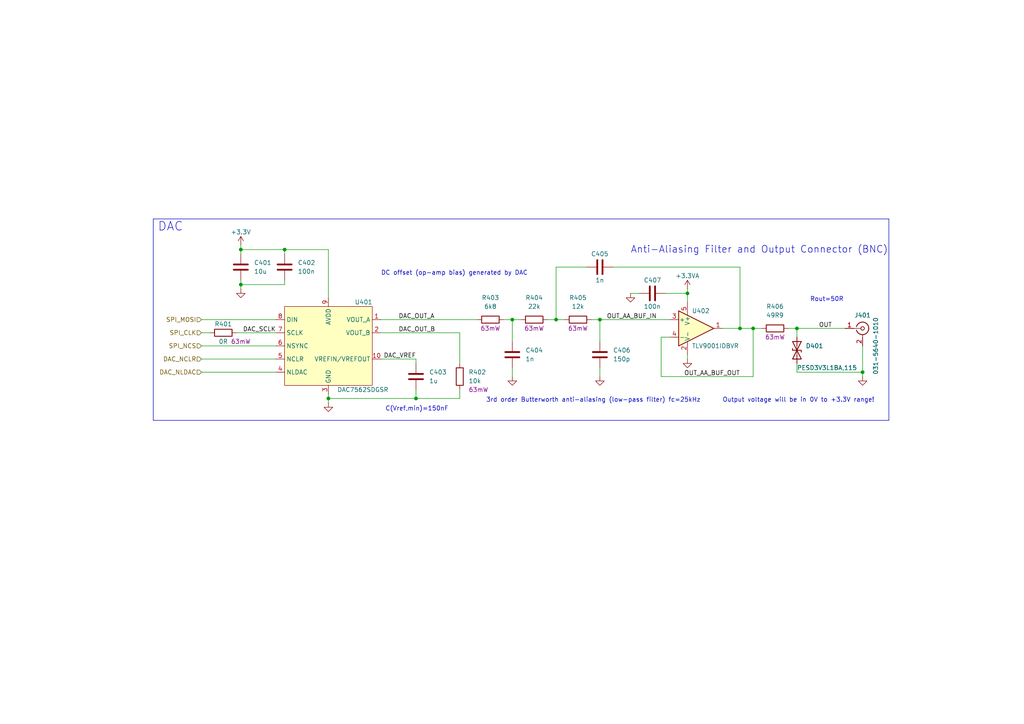
<source format=kicad_sch>
(kicad_sch (version 20230121) (generator eeschema)

  (uuid a8772c2f-5dd6-420f-a6b6-c28b10a217af)

  (paper "A4")

  (title_block
    (title "RP2040 Audio Board")
    (date "2023-05-01")
    (rev "0.1")
    (company "LP")
  )

  (lib_symbols
    (symbol "Amplifier_Operational:MCP6001-OT" (pin_names (offset 0.127)) (in_bom yes) (on_board yes)
      (property "Reference" "U" (at -1.27 6.35 0)
        (effects (font (size 1.27 1.27)) (justify left))
      )
      (property "Value" "MCP6001-OT" (at -1.27 3.81 0)
        (effects (font (size 1.27 1.27)) (justify left))
      )
      (property "Footprint" "Package_TO_SOT_SMD:SOT-23-5" (at -2.54 -5.08 0)
        (effects (font (size 1.27 1.27)) (justify left) hide)
      )
      (property "Datasheet" "http://ww1.microchip.com/downloads/en/DeviceDoc/21733j.pdf" (at 0 5.08 0)
        (effects (font (size 1.27 1.27)) hide)
      )
      (property "ki_keywords" "single opamp" (at 0 0 0)
        (effects (font (size 1.27 1.27)) hide)
      )
      (property "ki_description" "1MHz, Low-Power Op Amp, SOT-23-5" (at 0 0 0)
        (effects (font (size 1.27 1.27)) hide)
      )
      (property "ki_fp_filters" "SOT?23*" (at 0 0 0)
        (effects (font (size 1.27 1.27)) hide)
      )
      (symbol "MCP6001-OT_0_1"
        (polyline
          (pts
            (xy -5.08 5.08)
            (xy 5.08 0)
            (xy -5.08 -5.08)
            (xy -5.08 5.08)
          )
          (stroke (width 0.254) (type default))
          (fill (type background))
        )
        (pin power_in line (at -2.54 -7.62 90) (length 3.81)
          (name "V-" (effects (font (size 1.27 1.27))))
          (number "2" (effects (font (size 1.27 1.27))))
        )
        (pin power_in line (at -2.54 7.62 270) (length 3.81)
          (name "V+" (effects (font (size 1.27 1.27))))
          (number "5" (effects (font (size 1.27 1.27))))
        )
      )
      (symbol "MCP6001-OT_1_1"
        (pin output line (at 7.62 0 180) (length 2.54)
          (name "~" (effects (font (size 1.27 1.27))))
          (number "1" (effects (font (size 1.27 1.27))))
        )
        (pin input line (at -7.62 2.54 0) (length 2.54)
          (name "+" (effects (font (size 1.27 1.27))))
          (number "3" (effects (font (size 1.27 1.27))))
        )
        (pin input line (at -7.62 -2.54 0) (length 2.54)
          (name "-" (effects (font (size 1.27 1.27))))
          (number "4" (effects (font (size 1.27 1.27))))
        )
      )
    )
    (symbol "Connector:Conn_Coaxial" (pin_names (offset 1.016) hide) (in_bom yes) (on_board yes)
      (property "Reference" "J" (at 0.254 3.048 0)
        (effects (font (size 1.27 1.27)))
      )
      (property "Value" "Conn_Coaxial" (at 2.921 0 90)
        (effects (font (size 1.27 1.27)))
      )
      (property "Footprint" "" (at 0 0 0)
        (effects (font (size 1.27 1.27)) hide)
      )
      (property "Datasheet" " ~" (at 0 0 0)
        (effects (font (size 1.27 1.27)) hide)
      )
      (property "ki_keywords" "BNC SMA SMB SMC LEMO coaxial connector CINCH RCA" (at 0 0 0)
        (effects (font (size 1.27 1.27)) hide)
      )
      (property "ki_description" "coaxial connector (BNC, SMA, SMB, SMC, Cinch/RCA, LEMO, ...)" (at 0 0 0)
        (effects (font (size 1.27 1.27)) hide)
      )
      (property "ki_fp_filters" "*BNC* *SMA* *SMB* *SMC* *Cinch* *LEMO*" (at 0 0 0)
        (effects (font (size 1.27 1.27)) hide)
      )
      (symbol "Conn_Coaxial_0_1"
        (arc (start -1.778 -0.508) (mid 0.2311 -1.8066) (end 1.778 0)
          (stroke (width 0.254) (type default))
          (fill (type none))
        )
        (polyline
          (pts
            (xy -2.54 0)
            (xy -0.508 0)
          )
          (stroke (width 0) (type default))
          (fill (type none))
        )
        (polyline
          (pts
            (xy 0 -2.54)
            (xy 0 -1.778)
          )
          (stroke (width 0) (type default))
          (fill (type none))
        )
        (circle (center 0 0) (radius 0.508)
          (stroke (width 0.2032) (type default))
          (fill (type none))
        )
        (arc (start 1.778 0) (mid 0.2099 1.8101) (end -1.778 0.508)
          (stroke (width 0.254) (type default))
          (fill (type none))
        )
      )
      (symbol "Conn_Coaxial_1_1"
        (pin passive line (at -5.08 0 0) (length 2.54)
          (name "In" (effects (font (size 1.27 1.27))))
          (number "1" (effects (font (size 1.27 1.27))))
        )
        (pin passive line (at 0 -5.08 90) (length 2.54)
          (name "Ext" (effects (font (size 1.27 1.27))))
          (number "2" (effects (font (size 1.27 1.27))))
        )
      )
    )
    (symbol "Device:C" (pin_numbers hide) (pin_names (offset 0.254)) (in_bom yes) (on_board yes)
      (property "Reference" "C" (at 0.635 2.54 0)
        (effects (font (size 1.27 1.27)) (justify left))
      )
      (property "Value" "C" (at 0.635 -2.54 0)
        (effects (font (size 1.27 1.27)) (justify left))
      )
      (property "Footprint" "" (at 0.9652 -3.81 0)
        (effects (font (size 1.27 1.27)) hide)
      )
      (property "Datasheet" "~" (at 0 0 0)
        (effects (font (size 1.27 1.27)) hide)
      )
      (property "ki_keywords" "cap capacitor" (at 0 0 0)
        (effects (font (size 1.27 1.27)) hide)
      )
      (property "ki_description" "Unpolarized capacitor" (at 0 0 0)
        (effects (font (size 1.27 1.27)) hide)
      )
      (property "ki_fp_filters" "C_*" (at 0 0 0)
        (effects (font (size 1.27 1.27)) hide)
      )
      (symbol "C_0_1"
        (polyline
          (pts
            (xy -2.032 -0.762)
            (xy 2.032 -0.762)
          )
          (stroke (width 0.508) (type default))
          (fill (type none))
        )
        (polyline
          (pts
            (xy -2.032 0.762)
            (xy 2.032 0.762)
          )
          (stroke (width 0.508) (type default))
          (fill (type none))
        )
      )
      (symbol "C_1_1"
        (pin passive line (at 0 3.81 270) (length 2.794)
          (name "~" (effects (font (size 1.27 1.27))))
          (number "1" (effects (font (size 1.27 1.27))))
        )
        (pin passive line (at 0 -3.81 90) (length 2.794)
          (name "~" (effects (font (size 1.27 1.27))))
          (number "2" (effects (font (size 1.27 1.27))))
        )
      )
    )
    (symbol "Device:D_TVS" (pin_numbers hide) (pin_names (offset 1.016) hide) (in_bom yes) (on_board yes)
      (property "Reference" "D" (at 0 2.54 0)
        (effects (font (size 1.27 1.27)))
      )
      (property "Value" "D_TVS" (at 0 -2.54 0)
        (effects (font (size 1.27 1.27)))
      )
      (property "Footprint" "" (at 0 0 0)
        (effects (font (size 1.27 1.27)) hide)
      )
      (property "Datasheet" "~" (at 0 0 0)
        (effects (font (size 1.27 1.27)) hide)
      )
      (property "ki_keywords" "diode TVS thyrector" (at 0 0 0)
        (effects (font (size 1.27 1.27)) hide)
      )
      (property "ki_description" "Bidirectional transient-voltage-suppression diode" (at 0 0 0)
        (effects (font (size 1.27 1.27)) hide)
      )
      (property "ki_fp_filters" "TO-???* *_Diode_* *SingleDiode* D_*" (at 0 0 0)
        (effects (font (size 1.27 1.27)) hide)
      )
      (symbol "D_TVS_0_1"
        (polyline
          (pts
            (xy 1.27 0)
            (xy -1.27 0)
          )
          (stroke (width 0) (type default))
          (fill (type none))
        )
        (polyline
          (pts
            (xy 0.508 1.27)
            (xy 0 1.27)
            (xy 0 -1.27)
            (xy -0.508 -1.27)
          )
          (stroke (width 0.254) (type default))
          (fill (type none))
        )
        (polyline
          (pts
            (xy -2.54 1.27)
            (xy -2.54 -1.27)
            (xy 2.54 1.27)
            (xy 2.54 -1.27)
            (xy -2.54 1.27)
          )
          (stroke (width 0.254) (type default))
          (fill (type none))
        )
      )
      (symbol "D_TVS_1_1"
        (pin passive line (at -3.81 0 0) (length 2.54)
          (name "A1" (effects (font (size 1.27 1.27))))
          (number "1" (effects (font (size 1.27 1.27))))
        )
        (pin passive line (at 3.81 0 180) (length 2.54)
          (name "A2" (effects (font (size 1.27 1.27))))
          (number "2" (effects (font (size 1.27 1.27))))
        )
      )
    )
    (symbol "Device:R" (pin_numbers hide) (pin_names (offset 0)) (in_bom yes) (on_board yes)
      (property "Reference" "R" (at 2.032 0 90)
        (effects (font (size 1.27 1.27)))
      )
      (property "Value" "R" (at 0 0 90)
        (effects (font (size 1.27 1.27)))
      )
      (property "Footprint" "" (at -1.778 0 90)
        (effects (font (size 1.27 1.27)) hide)
      )
      (property "Datasheet" "~" (at 0 0 0)
        (effects (font (size 1.27 1.27)) hide)
      )
      (property "ki_keywords" "R res resistor" (at 0 0 0)
        (effects (font (size 1.27 1.27)) hide)
      )
      (property "ki_description" "Resistor" (at 0 0 0)
        (effects (font (size 1.27 1.27)) hide)
      )
      (property "ki_fp_filters" "R_*" (at 0 0 0)
        (effects (font (size 1.27 1.27)) hide)
      )
      (symbol "R_0_1"
        (rectangle (start -1.016 -2.54) (end 1.016 2.54)
          (stroke (width 0.254) (type default))
          (fill (type none))
        )
      )
      (symbol "R_1_1"
        (pin passive line (at 0 3.81 270) (length 1.27)
          (name "~" (effects (font (size 1.27 1.27))))
          (number "1" (effects (font (size 1.27 1.27))))
        )
        (pin passive line (at 0 -3.81 90) (length 1.27)
          (name "~" (effects (font (size 1.27 1.27))))
          (number "2" (effects (font (size 1.27 1.27))))
        )
      )
    )
    (symbol "lzptr:DAC7563" (in_bom yes) (on_board yes)
      (property "Reference" "U" (at 11.43 12.7 0)
        (effects (font (size 1.27 1.27)))
      )
      (property "Value" "DAC7563" (at 8.89 -12.7 0)
        (effects (font (size 1.27 1.27)))
      )
      (property "Footprint" "" (at 0 0 0)
        (effects (font (size 1.27 1.27)) hide)
      )
      (property "Datasheet" "" (at 0 0 0)
        (effects (font (size 1.27 1.27)) hide)
      )
      (symbol "DAC7563_0_0"
        (pin output line (at -15.24 7.62 0) (length 2.54)
          (name "VOUT_A" (effects (font (size 1.27 1.27))))
          (number "1" (effects (font (size 1.27 1.27))))
        )
        (pin bidirectional line (at -15.24 -3.81 0) (length 2.54)
          (name "VREFIN/VREFOUT" (effects (font (size 1.27 1.27))))
          (number "10" (effects (font (size 1.27 1.27))))
        )
        (pin output line (at -15.24 3.81 0) (length 2.54)
          (name "VOUT_B" (effects (font (size 1.27 1.27))))
          (number "2" (effects (font (size 1.27 1.27))))
        )
        (pin power_in line (at 0 -13.97 90) (length 2.54)
          (name "GND" (effects (font (size 1.27 1.27))))
          (number "3" (effects (font (size 1.27 1.27))))
        )
        (pin input line (at 15.24 -7.62 180) (length 2.54)
          (name "NLDAC" (effects (font (size 1.27 1.27))))
          (number "4" (effects (font (size 1.27 1.27))))
        )
        (pin input line (at 15.24 -3.81 180) (length 2.54)
          (name "NCLR" (effects (font (size 1.27 1.27))))
          (number "5" (effects (font (size 1.27 1.27))))
        )
        (pin input line (at 15.24 0 180) (length 2.54)
          (name "NSYNC" (effects (font (size 1.27 1.27))))
          (number "6" (effects (font (size 1.27 1.27))))
        )
        (pin input line (at 15.24 3.81 180) (length 2.54)
          (name "SCLK" (effects (font (size 1.27 1.27))))
          (number "7" (effects (font (size 1.27 1.27))))
        )
        (pin input line (at 15.24 7.62 180) (length 2.54)
          (name "DIN" (effects (font (size 1.27 1.27))))
          (number "8" (effects (font (size 1.27 1.27))))
        )
        (pin power_in line (at 0 13.97 270) (length 2.54)
          (name "AVDD" (effects (font (size 1.27 1.27))))
          (number "9" (effects (font (size 1.27 1.27))))
        )
      )
      (symbol "DAC7563_0_1"
        (rectangle (start -12.7 11.43) (end 12.7 -11.43)
          (stroke (width 0) (type default))
          (fill (type background))
        )
      )
    )
    (symbol "power:+3.3V" (power) (pin_names (offset 0)) (in_bom yes) (on_board yes)
      (property "Reference" "#PWR" (at 0 -3.81 0)
        (effects (font (size 1.27 1.27)) hide)
      )
      (property "Value" "+3.3V" (at 0 3.556 0)
        (effects (font (size 1.27 1.27)))
      )
      (property "Footprint" "" (at 0 0 0)
        (effects (font (size 1.27 1.27)) hide)
      )
      (property "Datasheet" "" (at 0 0 0)
        (effects (font (size 1.27 1.27)) hide)
      )
      (property "ki_keywords" "global power" (at 0 0 0)
        (effects (font (size 1.27 1.27)) hide)
      )
      (property "ki_description" "Power symbol creates a global label with name \"+3.3V\"" (at 0 0 0)
        (effects (font (size 1.27 1.27)) hide)
      )
      (symbol "+3.3V_0_1"
        (polyline
          (pts
            (xy -0.762 1.27)
            (xy 0 2.54)
          )
          (stroke (width 0) (type default))
          (fill (type none))
        )
        (polyline
          (pts
            (xy 0 0)
            (xy 0 2.54)
          )
          (stroke (width 0) (type default))
          (fill (type none))
        )
        (polyline
          (pts
            (xy 0 2.54)
            (xy 0.762 1.27)
          )
          (stroke (width 0) (type default))
          (fill (type none))
        )
      )
      (symbol "+3.3V_1_1"
        (pin power_in line (at 0 0 90) (length 0) hide
          (name "+3.3V" (effects (font (size 1.27 1.27))))
          (number "1" (effects (font (size 1.27 1.27))))
        )
      )
    )
    (symbol "power:+3.3VA" (power) (pin_names (offset 0)) (in_bom yes) (on_board yes)
      (property "Reference" "#PWR" (at 0 -3.81 0)
        (effects (font (size 1.27 1.27)) hide)
      )
      (property "Value" "+3.3VA" (at 0 3.556 0)
        (effects (font (size 1.27 1.27)))
      )
      (property "Footprint" "" (at 0 0 0)
        (effects (font (size 1.27 1.27)) hide)
      )
      (property "Datasheet" "" (at 0 0 0)
        (effects (font (size 1.27 1.27)) hide)
      )
      (property "ki_keywords" "global power" (at 0 0 0)
        (effects (font (size 1.27 1.27)) hide)
      )
      (property "ki_description" "Power symbol creates a global label with name \"+3.3VA\"" (at 0 0 0)
        (effects (font (size 1.27 1.27)) hide)
      )
      (symbol "+3.3VA_0_1"
        (polyline
          (pts
            (xy -0.762 1.27)
            (xy 0 2.54)
          )
          (stroke (width 0) (type default))
          (fill (type none))
        )
        (polyline
          (pts
            (xy 0 0)
            (xy 0 2.54)
          )
          (stroke (width 0) (type default))
          (fill (type none))
        )
        (polyline
          (pts
            (xy 0 2.54)
            (xy 0.762 1.27)
          )
          (stroke (width 0) (type default))
          (fill (type none))
        )
      )
      (symbol "+3.3VA_1_1"
        (pin power_in line (at 0 0 90) (length 0) hide
          (name "+3.3VA" (effects (font (size 1.27 1.27))))
          (number "1" (effects (font (size 1.27 1.27))))
        )
      )
    )
    (symbol "power:GND" (power) (pin_names (offset 0)) (in_bom yes) (on_board yes)
      (property "Reference" "#PWR" (at 0 -6.35 0)
        (effects (font (size 1.27 1.27)) hide)
      )
      (property "Value" "GND" (at 0 -3.81 0)
        (effects (font (size 1.27 1.27)))
      )
      (property "Footprint" "" (at 0 0 0)
        (effects (font (size 1.27 1.27)) hide)
      )
      (property "Datasheet" "" (at 0 0 0)
        (effects (font (size 1.27 1.27)) hide)
      )
      (property "ki_keywords" "global power" (at 0 0 0)
        (effects (font (size 1.27 1.27)) hide)
      )
      (property "ki_description" "Power symbol creates a global label with name \"GND\" , ground" (at 0 0 0)
        (effects (font (size 1.27 1.27)) hide)
      )
      (symbol "GND_0_1"
        (polyline
          (pts
            (xy 0 0)
            (xy 0 -1.27)
            (xy 1.27 -1.27)
            (xy 0 -2.54)
            (xy -1.27 -1.27)
            (xy 0 -1.27)
          )
          (stroke (width 0) (type default))
          (fill (type none))
        )
      )
      (symbol "GND_1_1"
        (pin power_in line (at 0 0 270) (length 0) hide
          (name "GND" (effects (font (size 1.27 1.27))))
          (number "1" (effects (font (size 1.27 1.27))))
        )
      )
    )
  )

  (junction (at 199.39 85.09) (diameter 0) (color 0 0 0 0)
    (uuid 0dbea8e4-dad2-4ba6-abd9-dc0a8d42f606)
  )
  (junction (at 231.14 95.25) (diameter 0) (color 0 0 0 0)
    (uuid 0fa7d741-76f3-4b74-8b5b-ccc71b2a01ce)
  )
  (junction (at 82.55 72.39) (diameter 0) (color 0 0 0 0)
    (uuid 18965ffc-8468-4e47-8d1c-5a9fb1aeb2d6)
  )
  (junction (at 95.25 115.57) (diameter 0) (color 0 0 0 0)
    (uuid 1f34daf4-9898-4f34-8718-8202405f1643)
  )
  (junction (at 69.85 72.39) (diameter 0) (color 0 0 0 0)
    (uuid 2966da48-74af-4365-87be-102dbc43de85)
  )
  (junction (at 218.44 95.25) (diameter 0) (color 0 0 0 0)
    (uuid 3f50529f-92e4-47a7-adaa-a97250ecfd4b)
  )
  (junction (at 250.19 107.95) (diameter 0) (color 0 0 0 0)
    (uuid 3fa7a626-f156-4264-b40d-696ed8b3b95c)
  )
  (junction (at 214.63 95.25) (diameter 0) (color 0 0 0 0)
    (uuid 4325a7a0-6d2c-47a2-a2f2-bf79c8680a0c)
  )
  (junction (at 120.65 115.57) (diameter 0) (color 0 0 0 0)
    (uuid 494ac413-8046-4397-90cc-fd63f5cb217b)
  )
  (junction (at 148.59 92.71) (diameter 0) (color 0 0 0 0)
    (uuid 51907e3e-40b2-424f-bb66-edb7d2892bd3)
  )
  (junction (at 173.99 92.71) (diameter 0) (color 0 0 0 0)
    (uuid aa5cece8-9941-47fa-83de-055cf0aa6ca9)
  )
  (junction (at 161.29 92.71) (diameter 0) (color 0 0 0 0)
    (uuid d2652697-0d4e-4b0e-b578-80c8373b13e5)
  )
  (junction (at 69.85 82.55) (diameter 0) (color 0 0 0 0)
    (uuid ec89a96c-e9fe-4374-b22c-49ed1b97b6b6)
  )

  (wire (pts (xy 191.77 97.79) (xy 191.77 109.22))
    (stroke (width 0) (type default))
    (uuid 0a909049-834a-4b7b-9a57-fae67e18418c)
  )
  (wire (pts (xy 120.65 115.57) (xy 120.65 113.03))
    (stroke (width 0) (type default))
    (uuid 1079e866-26f5-4896-a7b0-bc0de4c51491)
  )
  (wire (pts (xy 133.35 96.52) (xy 110.49 96.52))
    (stroke (width 0) (type default))
    (uuid 16377864-e7e3-441e-b328-c0d18b210d40)
  )
  (wire (pts (xy 148.59 92.71) (xy 146.05 92.71))
    (stroke (width 0) (type default))
    (uuid 1654ebc0-2f87-462d-afb6-c07c2b914499)
  )
  (wire (pts (xy 69.85 71.12) (xy 69.85 72.39))
    (stroke (width 0) (type default))
    (uuid 169df207-2784-40c8-b548-a3eb0f65ef21)
  )
  (wire (pts (xy 214.63 95.25) (xy 209.55 95.25))
    (stroke (width 0) (type default))
    (uuid 16a62b22-bf39-48c7-98fa-fbd29fc1f72f)
  )
  (wire (pts (xy 58.42 100.33) (xy 80.01 100.33))
    (stroke (width 0) (type default))
    (uuid 1a0782bc-4297-492e-95a9-b8508c2ec7a5)
  )
  (wire (pts (xy 148.59 99.06) (xy 148.59 92.71))
    (stroke (width 0) (type default))
    (uuid 1bc766ee-bc0d-4f4a-b957-088bdd33ec36)
  )
  (wire (pts (xy 58.42 92.71) (xy 80.01 92.71))
    (stroke (width 0) (type default))
    (uuid 256e34d6-01a8-4e45-a1d0-2c3c13793e1b)
  )
  (wire (pts (xy 120.65 115.57) (xy 133.35 115.57))
    (stroke (width 0) (type default))
    (uuid 2af35642-d0da-41a5-9fdd-5aeca0edc89b)
  )
  (wire (pts (xy 173.99 106.68) (xy 173.99 109.22))
    (stroke (width 0) (type default))
    (uuid 2c7f7042-729f-4259-b3cf-547314e4aa0e)
  )
  (wire (pts (xy 58.42 104.14) (xy 80.01 104.14))
    (stroke (width 0) (type default))
    (uuid 30e42fc5-1ec0-465f-81ed-6de70234637f)
  )
  (wire (pts (xy 161.29 77.47) (xy 170.18 77.47))
    (stroke (width 0) (type default))
    (uuid 31592e45-6be0-4c36-899d-7700d88261b3)
  )
  (wire (pts (xy 161.29 92.71) (xy 161.29 77.47))
    (stroke (width 0) (type default))
    (uuid 3815ade2-6f23-4dac-8b45-ede2fb407521)
  )
  (wire (pts (xy 199.39 85.09) (xy 199.39 87.63))
    (stroke (width 0) (type default))
    (uuid 3b52c1f0-318b-46da-892c-3eee8dfda97d)
  )
  (wire (pts (xy 220.98 95.25) (xy 218.44 95.25))
    (stroke (width 0) (type default))
    (uuid 3cbb474a-2cbc-43d1-8993-43a5426595cb)
  )
  (wire (pts (xy 95.25 115.57) (xy 120.65 115.57))
    (stroke (width 0) (type default))
    (uuid 3d4e5c7a-4de2-4eaa-87fb-f0432d168312)
  )
  (wire (pts (xy 95.25 72.39) (xy 95.25 86.36))
    (stroke (width 0) (type default))
    (uuid 3d93e570-d1e5-4d68-a205-370f3c6c640a)
  )
  (wire (pts (xy 95.25 116.84) (xy 95.25 115.57))
    (stroke (width 0) (type default))
    (uuid 421cba40-3b99-4e2c-9767-c489556d1e8b)
  )
  (wire (pts (xy 231.14 95.25) (xy 245.11 95.25))
    (stroke (width 0) (type default))
    (uuid 5053a38a-22c7-418e-8571-7b4ca736bc26)
  )
  (wire (pts (xy 231.14 97.79) (xy 231.14 95.25))
    (stroke (width 0) (type default))
    (uuid 527355b6-0293-4b12-b9fd-9255adbc6bc3)
  )
  (wire (pts (xy 69.85 82.55) (xy 82.55 82.55))
    (stroke (width 0) (type default))
    (uuid 57cb9f59-ab7b-4a55-9f4e-426f97fa8afb)
  )
  (wire (pts (xy 228.6 95.25) (xy 231.14 95.25))
    (stroke (width 0) (type default))
    (uuid 5f08e357-e316-4447-a017-51892fa84960)
  )
  (wire (pts (xy 177.8 77.47) (xy 214.63 77.47))
    (stroke (width 0) (type default))
    (uuid 5f7b6c7e-e847-46e2-9e33-52f7d6ddb932)
  )
  (wire (pts (xy 82.55 82.55) (xy 82.55 81.28))
    (stroke (width 0) (type default))
    (uuid 66f83b79-b817-4c89-95dd-d760ee60b76d)
  )
  (wire (pts (xy 161.29 92.71) (xy 158.75 92.71))
    (stroke (width 0) (type default))
    (uuid 6bf75513-9f8e-4089-b9e8-601f95c2dd02)
  )
  (wire (pts (xy 69.85 83.82) (xy 69.85 82.55))
    (stroke (width 0) (type default))
    (uuid 6e4c03d6-5a0d-4e45-95b6-3b6d4acb9260)
  )
  (wire (pts (xy 214.63 77.47) (xy 214.63 95.25))
    (stroke (width 0) (type default))
    (uuid 6e967cd8-f59d-4842-9619-675edc171f65)
  )
  (wire (pts (xy 133.35 115.57) (xy 133.35 113.03))
    (stroke (width 0) (type default))
    (uuid 6f14b62d-bcec-49c9-966f-de407591aebc)
  )
  (wire (pts (xy 173.99 99.06) (xy 173.99 92.71))
    (stroke (width 0) (type default))
    (uuid 701f13c2-cae4-44d3-b093-5737275d453d)
  )
  (wire (pts (xy 151.13 92.71) (xy 148.59 92.71))
    (stroke (width 0) (type default))
    (uuid 71b67dc8-f0e3-47cf-ad51-e6c7384d3147)
  )
  (wire (pts (xy 133.35 105.41) (xy 133.35 96.52))
    (stroke (width 0) (type default))
    (uuid 7774adb1-0f20-4c81-8ff5-5e04f460964c)
  )
  (wire (pts (xy 163.83 92.71) (xy 161.29 92.71))
    (stroke (width 0) (type default))
    (uuid 7b57dbbf-de74-46a7-8a81-88b57929d94a)
  )
  (wire (pts (xy 194.31 97.79) (xy 191.77 97.79))
    (stroke (width 0) (type default))
    (uuid 7d9a07f3-225f-40d1-91f6-c7848ef4cc30)
  )
  (wire (pts (xy 194.31 92.71) (xy 173.99 92.71))
    (stroke (width 0) (type default))
    (uuid 7ddaffce-f39c-4931-b73b-840c1aed7774)
  )
  (wire (pts (xy 199.39 104.14) (xy 199.39 102.87))
    (stroke (width 0) (type default))
    (uuid 7e853994-2e1c-4bcd-9bd7-7f1c7b466c31)
  )
  (polyline (pts (xy 44.45 63.5) (xy 44.45 121.92))
    (stroke (width 0) (type default))
    (uuid 83edde0f-e1be-449d-ae84-b4cd3043745a)
  )

  (wire (pts (xy 182.88 85.09) (xy 185.42 85.09))
    (stroke (width 0) (type default))
    (uuid 8ac3c970-b6c6-4b8d-8c48-ea142571e3cb)
  )
  (wire (pts (xy 173.99 92.71) (xy 171.45 92.71))
    (stroke (width 0) (type default))
    (uuid 8b3855bb-3c6b-415b-975f-8af98121bee5)
  )
  (wire (pts (xy 199.39 85.09) (xy 199.39 83.82))
    (stroke (width 0) (type default))
    (uuid 8b7ea40c-bff1-4e3d-a7ea-f2e55269d43f)
  )
  (wire (pts (xy 231.14 107.95) (xy 231.14 105.41))
    (stroke (width 0) (type default))
    (uuid 8bec97d5-f8e3-47ec-8a43-54c9f0a67f27)
  )
  (polyline (pts (xy 44.45 121.92) (xy 257.81 121.92))
    (stroke (width 0) (type default))
    (uuid 8d461b7d-be99-4577-bf46-818918671746)
  )

  (wire (pts (xy 95.25 115.57) (xy 95.25 114.3))
    (stroke (width 0) (type default))
    (uuid 906499a1-98ee-402d-af4b-288b2cc1c016)
  )
  (wire (pts (xy 80.01 96.52) (xy 68.58 96.52))
    (stroke (width 0) (type default))
    (uuid 9268e3e8-d594-4152-aecc-d443d8bb58c5)
  )
  (wire (pts (xy 69.85 72.39) (xy 82.55 72.39))
    (stroke (width 0) (type default))
    (uuid 984e4137-6bc5-4cef-8f63-1866dd76aa54)
  )
  (wire (pts (xy 82.55 72.39) (xy 95.25 72.39))
    (stroke (width 0) (type default))
    (uuid 99caffe4-e067-43e9-bbdf-da83581ac3db)
  )
  (wire (pts (xy 60.96 96.52) (xy 58.42 96.52))
    (stroke (width 0) (type default))
    (uuid 9abe23ce-4b4f-45e4-a34b-8e8746e4198b)
  )
  (wire (pts (xy 250.19 100.33) (xy 250.19 107.95))
    (stroke (width 0) (type default))
    (uuid a6172282-6f24-42fd-8a91-a5a8cdaba7b1)
  )
  (wire (pts (xy 148.59 106.68) (xy 148.59 109.22))
    (stroke (width 0) (type default))
    (uuid a858dc9d-27a5-471f-ae97-0c3e291c29ff)
  )
  (polyline (pts (xy 257.81 63.5) (xy 44.45 63.5))
    (stroke (width 0) (type default))
    (uuid ad29bd59-ed05-4600-a291-7309d6f82bfd)
  )

  (wire (pts (xy 58.42 107.95) (xy 80.01 107.95))
    (stroke (width 0) (type default))
    (uuid b355cf3c-f3bb-43d2-89e3-9d17bdfbb142)
  )
  (wire (pts (xy 69.85 82.55) (xy 69.85 81.28))
    (stroke (width 0) (type default))
    (uuid b4e06f37-c2cc-4e06-b5e8-32edd0e3a88a)
  )
  (wire (pts (xy 120.65 105.41) (xy 120.65 104.14))
    (stroke (width 0) (type default))
    (uuid be13774b-5555-4d26-9b79-aaed9cf6675c)
  )
  (wire (pts (xy 218.44 95.25) (xy 214.63 95.25))
    (stroke (width 0) (type default))
    (uuid c65951a2-1699-40f7-b2df-9ba381e6e3ce)
  )
  (wire (pts (xy 218.44 109.22) (xy 218.44 95.25))
    (stroke (width 0) (type default))
    (uuid cd4ad758-067b-4710-aa36-f4c3184b4843)
  )
  (wire (pts (xy 138.43 92.71) (xy 110.49 92.71))
    (stroke (width 0) (type default))
    (uuid d81b19c3-33c3-4008-8b5f-1f740e8a24c3)
  )
  (wire (pts (xy 82.55 72.39) (xy 82.55 73.66))
    (stroke (width 0) (type default))
    (uuid da6c5c61-56dd-400d-8896-c7cd48df2b89)
  )
  (wire (pts (xy 69.85 72.39) (xy 69.85 73.66))
    (stroke (width 0) (type default))
    (uuid dfc26b46-2e70-49be-a9a4-91ad344cd024)
  )
  (wire (pts (xy 191.77 109.22) (xy 218.44 109.22))
    (stroke (width 0) (type default))
    (uuid e0a00cfd-c97f-4524-838a-5f9fb9df8708)
  )
  (polyline (pts (xy 257.81 121.92) (xy 257.81 63.5))
    (stroke (width 0) (type default))
    (uuid eaace88c-2f94-4569-8572-e04062eda2de)
  )

  (wire (pts (xy 120.65 104.14) (xy 110.49 104.14))
    (stroke (width 0) (type default))
    (uuid ed812ebf-a77e-41aa-9e70-9cf546e8d2fc)
  )
  (wire (pts (xy 231.14 107.95) (xy 250.19 107.95))
    (stroke (width 0) (type default))
    (uuid f2e672c4-3cb9-4bc0-8592-dc5776082710)
  )
  (wire (pts (xy 193.04 85.09) (xy 199.39 85.09))
    (stroke (width 0) (type default))
    (uuid f4e846a2-a22f-48f9-b1c4-d5abe5e4ca2a)
  )
  (wire (pts (xy 250.19 107.95) (xy 250.19 109.22))
    (stroke (width 0) (type default))
    (uuid f7b68a35-492c-4fbd-ad6a-1c0b6c3407b5)
  )

  (text "DC offset (op-amp bias) generated by DAC" (at 110.49 80.01 0)
    (effects (font (size 1.27 1.27)) (justify left bottom))
    (uuid 04144dcb-462c-4e91-a2e2-281f7304b7da)
  )
  (text "Rout=50R" (at 234.95 87.63 0)
    (effects (font (size 1.27 1.27)) (justify left bottom))
    (uuid 1b3b0a82-d97c-4f8a-8aa1-12252fe60d78)
  )
  (text "Output voltage will be in 0V to +3.3V range!" (at 209.55 116.84 0)
    (effects (font (size 1.27 1.27)) (justify left bottom))
    (uuid 37fd2311-7149-423b-b4d3-3ddefeb76bff)
  )
  (text "C(Vref,min)=150nF" (at 111.76 119.38 0)
    (effects (font (size 1.27 1.27)) (justify left bottom))
    (uuid 3aa0ffd7-d2aa-4d0a-ae4b-905365e6afec)
  )
  (text "Anti-Aliasing Filter and Output Connector (BNC)" (at 182.88 73.66 0)
    (effects (font (size 2.0066 2.0066)) (justify left bottom))
    (uuid 51947964-d8e5-45c0-8293-35002078ed3b)
  )
  (text "3rd order Butterworth anti-aliasing (low-pass filter) fc=25kHz"
    (at 140.97 116.84 0)
    (effects (font (size 1.27 1.27)) (justify left bottom))
    (uuid 99894fb3-4e84-4453-902e-17a55812c2d8)
  )
  (text "DAC\n" (at 45.72 67.31 0)
    (effects (font (size 2.54 2.54)) (justify left bottom))
    (uuid d09fc186-94b5-4e13-8a20-8186b2ae7fdf)
  )

  (label "OUT_AA_BUF_OUT" (at 214.63 109.22 180) (fields_autoplaced)
    (effects (font (size 1.27 1.27)) (justify right bottom))
    (uuid 0143ce32-122c-48b8-8178-e02fd0dffa1a)
  )
  (label "DAC_OUT_B" (at 115.57 96.52 0) (fields_autoplaced)
    (effects (font (size 1.27 1.27)) (justify left bottom))
    (uuid 09cfa3cc-2d42-4522-8e92-79ea7ccec364)
  )
  (label "DAC_OUT_A" (at 115.57 92.71 0) (fields_autoplaced)
    (effects (font (size 1.27 1.27)) (justify left bottom))
    (uuid 0ee6f65c-e68a-4634-8719-9466b0da3917)
  )
  (label "DAC_VREF" (at 120.65 104.14 180) (fields_autoplaced)
    (effects (font (size 1.27 1.27)) (justify right bottom))
    (uuid 40688526-34d0-42c7-981a-0a319e9a0edc)
  )
  (label "OUT_AA_BUF_IN" (at 190.5 92.71 180) (fields_autoplaced)
    (effects (font (size 1.27 1.27)) (justify right bottom))
    (uuid 446e0581-0363-44fb-89f6-1b76ed0baf76)
  )
  (label "OUT" (at 237.49 95.25 0) (fields_autoplaced)
    (effects (font (size 1.27 1.27)) (justify left bottom))
    (uuid 69ee8b60-169c-45fa-92d0-b198e84511b9)
  )
  (label "DAC_SCLK" (at 80.01 96.52 180) (fields_autoplaced)
    (effects (font (size 1.27 1.27)) (justify right bottom))
    (uuid 6a07fac4-ff43-40f2-b0cd-8cd44ebd3851)
  )

  (hierarchical_label "SPI_MOSI" (shape input) (at 58.42 92.71 180) (fields_autoplaced)
    (effects (font (size 1.27 1.27)) (justify right))
    (uuid 0e998998-a070-4d69-960b-9fb5c65597be)
  )
  (hierarchical_label "SPI_CLK" (shape input) (at 58.42 96.52 180) (fields_autoplaced)
    (effects (font (size 1.27 1.27)) (justify right))
    (uuid 2274603f-acc0-4569-bf21-ba9ef0654c36)
  )
  (hierarchical_label "DAC_NCLR" (shape input) (at 58.42 104.14 180) (fields_autoplaced)
    (effects (font (size 1.27 1.27)) (justify right))
    (uuid 65e8f515-a0a2-42a6-ac6f-7852f5448f93)
  )
  (hierarchical_label "SPI_NCS" (shape input) (at 58.42 100.33 180) (fields_autoplaced)
    (effects (font (size 1.27 1.27)) (justify right))
    (uuid 81af1b73-dcdd-4841-adde-d54f2de4e9de)
  )
  (hierarchical_label "DAC_NLDAC" (shape input) (at 58.42 107.95 180) (fields_autoplaced)
    (effects (font (size 1.27 1.27)) (justify right))
    (uuid f74a1161-cf52-4df3-9f17-f93c7b8c27df)
  )

  (symbol (lib_id "Device:R") (at 142.24 92.71 270) (unit 1)
    (in_bom yes) (on_board yes) (dnp no)
    (uuid 18904a2b-8847-4844-87e9-729cc2e73a45)
    (property "Reference" "R403" (at 142.24 86.36 90)
      (effects (font (size 1.27 1.27)))
    )
    (property "Value" "6k8" (at 142.24 88.9 90)
      (effects (font (size 1.27 1.27)))
    )
    (property "Footprint" "Resistor_SMD:R_0402_1005Metric" (at 142.24 90.932 90)
      (effects (font (size 1.27 1.27)) hide)
    )
    (property "Datasheet" "~" (at 142.24 92.71 0)
      (effects (font (size 1.27 1.27)) hide)
    )
    (property "Rating" "63mW" (at 142.24 95.25 90)
      (effects (font (size 1.27 1.27)))
    )
    (property "MPN" "C25917" (at 142.24 92.71 0)
      (effects (font (size 1.27 1.27)) hide)
    )
    (pin "1" (uuid cdc7d981-54e9-4b4d-84be-db2a6b850bcf))
    (pin "2" (uuid 54832739-5c5e-4402-b716-6f18729681b2))
    (instances
      (project "rp2040_audioboard"
        (path "/ef85fc54-329f-434a-8339-262c7e24e2e9/a834fb14-b3a1-4fa1-8c02-1fdc386616f0"
          (reference "R403") (unit 1)
        )
      )
    )
  )

  (symbol (lib_id "Device:R") (at 133.35 109.22 0) (unit 1)
    (in_bom yes) (on_board yes) (dnp no)
    (uuid 21f1baa6-bb69-4c2a-b927-30ae03dbe86c)
    (property "Reference" "R402" (at 135.89 107.95 0)
      (effects (font (size 1.27 1.27)) (justify left))
    )
    (property "Value" "10k" (at 135.89 110.49 0)
      (effects (font (size 1.27 1.27)) (justify left))
    )
    (property "Footprint" "Resistor_SMD:R_0402_1005Metric" (at 131.572 109.22 90)
      (effects (font (size 1.27 1.27)) hide)
    )
    (property "Datasheet" "~" (at 133.35 109.22 0)
      (effects (font (size 1.27 1.27)) hide)
    )
    (property "Rating" "63mW" (at 135.89 113.03 0)
      (effects (font (size 1.27 1.27)) (justify left))
    )
    (property "MPN" "C25744" (at 133.35 109.22 0)
      (effects (font (size 1.27 1.27)) hide)
    )
    (pin "1" (uuid 3c8f5e3f-4e47-4c5c-a60f-94b4de665c36))
    (pin "2" (uuid 9ad2bf20-cbb3-4de3-ae32-99ef60acb086))
    (instances
      (project "rp2040_audioboard"
        (path "/ef85fc54-329f-434a-8339-262c7e24e2e9/a834fb14-b3a1-4fa1-8c02-1fdc386616f0"
          (reference "R402") (unit 1)
        )
      )
    )
  )

  (symbol (lib_id "power:GND") (at 95.25 116.84 0) (mirror y) (unit 1)
    (in_bom yes) (on_board yes) (dnp no)
    (uuid 25f20955-a43a-4d1d-beb8-46958ac5a20e)
    (property "Reference" "#PWR0403" (at 95.25 123.19 0)
      (effects (font (size 1.27 1.27)) hide)
    )
    (property "Value" "GND" (at 95.25 120.65 0)
      (effects (font (size 1.27 1.27)) hide)
    )
    (property "Footprint" "" (at 95.25 116.84 0)
      (effects (font (size 1.27 1.27)) hide)
    )
    (property "Datasheet" "" (at 95.25 116.84 0)
      (effects (font (size 1.27 1.27)) hide)
    )
    (pin "1" (uuid 7e546854-a561-4d85-84a5-8a2f8817114d))
    (instances
      (project "rp2040_audioboard"
        (path "/ef85fc54-329f-434a-8339-262c7e24e2e9/a834fb14-b3a1-4fa1-8c02-1fdc386616f0"
          (reference "#PWR0403") (unit 1)
        )
      )
    )
  )

  (symbol (lib_id "power:GND") (at 148.59 109.22 0) (unit 1)
    (in_bom yes) (on_board yes) (dnp no)
    (uuid 39e26c0e-8f2d-4204-a00f-f0a5d8d06794)
    (property "Reference" "#PWR0404" (at 148.59 115.57 0)
      (effects (font (size 1.27 1.27)) hide)
    )
    (property "Value" "GND" (at 148.59 113.03 0)
      (effects (font (size 1.27 1.27)) hide)
    )
    (property "Footprint" "" (at 148.59 109.22 0)
      (effects (font (size 1.27 1.27)) hide)
    )
    (property "Datasheet" "" (at 148.59 109.22 0)
      (effects (font (size 1.27 1.27)) hide)
    )
    (pin "1" (uuid fc36e57b-a3fc-4382-a70b-866861c09036))
    (instances
      (project "rp2040_audioboard"
        (path "/ef85fc54-329f-434a-8339-262c7e24e2e9/a834fb14-b3a1-4fa1-8c02-1fdc386616f0"
          (reference "#PWR0404") (unit 1)
        )
      )
    )
  )

  (symbol (lib_id "power:GND") (at 250.19 109.22 0) (unit 1)
    (in_bom yes) (on_board yes) (dnp no)
    (uuid 3bd5e9f2-a381-4576-b700-cf98267b73e8)
    (property "Reference" "#PWR0409" (at 250.19 115.57 0)
      (effects (font (size 1.27 1.27)) hide)
    )
    (property "Value" "GND" (at 250.19 113.03 0)
      (effects (font (size 1.27 1.27)) hide)
    )
    (property "Footprint" "" (at 250.19 109.22 0)
      (effects (font (size 1.27 1.27)) hide)
    )
    (property "Datasheet" "" (at 250.19 109.22 0)
      (effects (font (size 1.27 1.27)) hide)
    )
    (pin "1" (uuid d884fd23-fc51-4cbc-9681-ffd99d8a7205))
    (instances
      (project "rp2040_audioboard"
        (path "/ef85fc54-329f-434a-8339-262c7e24e2e9/a834fb14-b3a1-4fa1-8c02-1fdc386616f0"
          (reference "#PWR0409") (unit 1)
        )
      )
    )
  )

  (symbol (lib_id "power:+3.3VA") (at 199.39 83.82 0) (unit 1)
    (in_bom yes) (on_board yes) (dnp no)
    (uuid 463f3f6a-00b7-49d1-a413-73126cd0dee1)
    (property "Reference" "#PWR0407" (at 199.39 87.63 0)
      (effects (font (size 1.27 1.27)) hide)
    )
    (property "Value" "+3.3VA" (at 199.39 80.01 0)
      (effects (font (size 1.27 1.27)))
    )
    (property "Footprint" "" (at 199.39 83.82 0)
      (effects (font (size 1.27 1.27)) hide)
    )
    (property "Datasheet" "" (at 199.39 83.82 0)
      (effects (font (size 1.27 1.27)) hide)
    )
    (pin "1" (uuid b5fd0b1e-5147-4d2b-abbf-43d281ceef00))
    (instances
      (project "rp2040_audioboard"
        (path "/ef85fc54-329f-434a-8339-262c7e24e2e9/a834fb14-b3a1-4fa1-8c02-1fdc386616f0"
          (reference "#PWR0407") (unit 1)
        )
      )
    )
  )

  (symbol (lib_id "Connector:Conn_Coaxial") (at 250.19 95.25 0) (unit 1)
    (in_bom yes) (on_board yes) (dnp no)
    (uuid 4a4fa2a4-296e-4b02-90c5-d0a64cab0405)
    (property "Reference" "J401" (at 250.19 91.44 0)
      (effects (font (size 1.27 1.27)))
    )
    (property "Value" "031-5640-1010" (at 254 100.33 90)
      (effects (font (size 1.27 1.27)))
    )
    (property "Footprint" "lzptr:AMPHENOL-BNC-031-5640-1010" (at 250.19 95.25 0)
      (effects (font (size 1.27 1.27)) hide)
    )
    (property "Datasheet" "~" (at 250.19 95.25 0)
      (effects (font (size 1.27 1.27)) hide)
    )
    (property "LCSC Part #" "" (at 250.19 95.25 0)
      (effects (font (size 1.27 1.27)) hide)
    )
    (pin "1" (uuid acf55cda-e342-4646-8edc-043a6f0d46c2))
    (pin "2" (uuid 10f20337-146b-4f20-9f8d-6fd6866e2a9a))
    (instances
      (project "rp2040_audioboard"
        (path "/ef85fc54-329f-434a-8339-262c7e24e2e9/a834fb14-b3a1-4fa1-8c02-1fdc386616f0"
          (reference "J401") (unit 1)
        )
      )
    )
  )

  (symbol (lib_id "power:GND") (at 199.39 104.14 0) (unit 1)
    (in_bom yes) (on_board yes) (dnp no)
    (uuid 4ceb293e-1b30-4c95-a085-8f12c263ae1f)
    (property "Reference" "#PWR0408" (at 199.39 110.49 0)
      (effects (font (size 1.27 1.27)) hide)
    )
    (property "Value" "GND" (at 199.39 107.95 0)
      (effects (font (size 1.27 1.27)) hide)
    )
    (property "Footprint" "" (at 199.39 104.14 0)
      (effects (font (size 1.27 1.27)) hide)
    )
    (property "Datasheet" "" (at 199.39 104.14 0)
      (effects (font (size 1.27 1.27)) hide)
    )
    (pin "1" (uuid b9401aef-4604-4ac8-bb14-1f030d3c797e))
    (instances
      (project "rp2040_audioboard"
        (path "/ef85fc54-329f-434a-8339-262c7e24e2e9/a834fb14-b3a1-4fa1-8c02-1fdc386616f0"
          (reference "#PWR0408") (unit 1)
        )
      )
    )
  )

  (symbol (lib_id "power:+3.3V") (at 69.85 71.12 0) (unit 1)
    (in_bom yes) (on_board yes) (dnp no)
    (uuid 688a6888-a7ea-4205-8284-287c418f8e6d)
    (property "Reference" "#PWR0115" (at 69.85 74.93 0)
      (effects (font (size 1.27 1.27)) hide)
    )
    (property "Value" "+3.3V" (at 69.85 67.31 0)
      (effects (font (size 1.27 1.27)))
    )
    (property "Footprint" "" (at 69.85 71.12 0)
      (effects (font (size 1.27 1.27)) hide)
    )
    (property "Datasheet" "" (at 69.85 71.12 0)
      (effects (font (size 1.27 1.27)) hide)
    )
    (pin "1" (uuid 1327bc3a-543e-4353-b4d6-9e956c29418f))
    (instances
      (project "rp2040_audioboard"
        (path "/ef85fc54-329f-434a-8339-262c7e24e2e9/8b86c5bb-c0fc-4d5a-91aa-2ce0ad602b27"
          (reference "#PWR0115") (unit 1)
        )
        (path "/ef85fc54-329f-434a-8339-262c7e24e2e9/a834fb14-b3a1-4fa1-8c02-1fdc386616f0"
          (reference "#PWR0133") (unit 1)
        )
      )
    )
  )

  (symbol (lib_id "Device:C") (at 189.23 85.09 270) (unit 1)
    (in_bom yes) (on_board yes) (dnp no)
    (uuid 696c693e-659a-4ef5-a5e5-87a820d8799d)
    (property "Reference" "C407" (at 186.69 81.28 90)
      (effects (font (size 1.27 1.27)) (justify left))
    )
    (property "Value" "100n" (at 186.69 88.9 90)
      (effects (font (size 1.27 1.27)) (justify left))
    )
    (property "Footprint" "Capacitor_SMD:C_0402_1005Metric" (at 185.42 86.0552 0)
      (effects (font (size 1.27 1.27)) hide)
    )
    (property "Datasheet" "~" (at 189.23 85.09 0)
      (effects (font (size 1.27 1.27)) hide)
    )
    (property "MPN" "C1525" (at 189.23 85.09 0)
      (effects (font (size 1.27 1.27)) hide)
    )
    (property "Rating" "16V" (at 189.23 85.09 0)
      (effects (font (size 1.27 1.27)) hide)
    )
    (pin "1" (uuid c632e3f4-30d1-4e1b-a391-3f3bd1028962))
    (pin "2" (uuid a5f8e3b8-f51e-410b-b8e1-168f3c63d0ce))
    (instances
      (project "rp2040_audioboard"
        (path "/ef85fc54-329f-434a-8339-262c7e24e2e9/a834fb14-b3a1-4fa1-8c02-1fdc386616f0"
          (reference "C407") (unit 1)
        )
      )
    )
  )

  (symbol (lib_id "Amplifier_Operational:MCP6001-OT") (at 201.93 95.25 0) (unit 1)
    (in_bom yes) (on_board yes) (dnp no)
    (uuid 697aea2e-13f7-4e5b-99c7-ef91bffa37c4)
    (property "Reference" "U402" (at 200.66 90.17 0)
      (effects (font (size 1.27 1.27)) (justify left))
    )
    (property "Value" "TLV9001IDBVR" (at 200.66 100.33 0)
      (effects (font (size 1.27 1.27)) (justify left))
    )
    (property "Footprint" "Package_TO_SOT_SMD:SOT-23-5" (at 199.39 100.33 0)
      (effects (font (size 1.27 1.27)) (justify left) hide)
    )
    (property "Datasheet" "https://www.ti.com/lit/ds/symlink/tlv9001.pdf?ts=1684276162908&ref_url=https%253A%252F%252Fwww.ti.com%252Fproduct%252FTLV9001" (at 201.93 90.17 0)
      (effects (font (size 1.27 1.27)) hide)
    )
    (property "MPN" "C398363" (at 201.93 95.25 0)
      (effects (font (size 1.27 1.27)) hide)
    )
    (pin "2" (uuid 0cfaeddc-b42d-4fd4-9b67-756bda74bbe4))
    (pin "5" (uuid ef3928a4-9428-4889-a239-66d0d5d49650))
    (pin "1" (uuid 628d962f-46af-42b0-aee2-759203320699))
    (pin "3" (uuid 291839fe-e2f8-4bc7-8961-97d48a8194a3))
    (pin "4" (uuid 4e8d9c7e-2fd8-4851-af0d-856df24e30da))
    (instances
      (project "rp2040_audioboard"
        (path "/ef85fc54-329f-434a-8339-262c7e24e2e9/a834fb14-b3a1-4fa1-8c02-1fdc386616f0"
          (reference "U402") (unit 1)
        )
      )
    )
  )

  (symbol (lib_id "Device:C") (at 69.85 77.47 0) (unit 1)
    (in_bom yes) (on_board yes) (dnp no)
    (uuid 709552bd-7201-4b1c-b0ca-1ef9acff2b4b)
    (property "Reference" "C401" (at 73.66 76.2 0)
      (effects (font (size 1.27 1.27)) (justify left))
    )
    (property "Value" "10u" (at 73.66 78.74 0)
      (effects (font (size 1.27 1.27)) (justify left))
    )
    (property "Footprint" "Capacitor_SMD:C_0603_1608Metric" (at 70.8152 81.28 0)
      (effects (font (size 1.27 1.27)) hide)
    )
    (property "Datasheet" "~" (at 69.85 77.47 0)
      (effects (font (size 1.27 1.27)) hide)
    )
    (property "MPN" "C96446" (at 69.85 77.47 0)
      (effects (font (size 1.27 1.27)) hide)
    )
    (property "Rating" "25V" (at 69.85 77.47 0)
      (effects (font (size 1.27 1.27)) hide)
    )
    (pin "1" (uuid 217c49c8-6767-4b9b-ad4f-c5b729737c6a))
    (pin "2" (uuid fa995b6b-0473-46a2-9268-aff1ea88d576))
    (instances
      (project "rp2040_audioboard"
        (path "/ef85fc54-329f-434a-8339-262c7e24e2e9/a834fb14-b3a1-4fa1-8c02-1fdc386616f0"
          (reference "C401") (unit 1)
        )
      )
    )
  )

  (symbol (lib_id "power:GND") (at 182.88 85.09 0) (unit 1)
    (in_bom yes) (on_board yes) (dnp no)
    (uuid 7d2e3fb5-09d0-44a9-80b6-a9eea1714e12)
    (property "Reference" "#PWR0406" (at 182.88 91.44 0)
      (effects (font (size 1.27 1.27)) hide)
    )
    (property "Value" "GND" (at 182.88 88.9 0)
      (effects (font (size 1.27 1.27)) hide)
    )
    (property "Footprint" "" (at 182.88 85.09 0)
      (effects (font (size 1.27 1.27)) hide)
    )
    (property "Datasheet" "" (at 182.88 85.09 0)
      (effects (font (size 1.27 1.27)) hide)
    )
    (pin "1" (uuid 6422f11a-e70d-4dff-8448-038d2014bb14))
    (instances
      (project "rp2040_audioboard"
        (path "/ef85fc54-329f-434a-8339-262c7e24e2e9/a834fb14-b3a1-4fa1-8c02-1fdc386616f0"
          (reference "#PWR0406") (unit 1)
        )
      )
    )
  )

  (symbol (lib_id "Device:C") (at 173.99 102.87 0) (unit 1)
    (in_bom yes) (on_board yes) (dnp no)
    (uuid 930daeba-e89c-4d3b-96d8-3d228c299d5e)
    (property "Reference" "C406" (at 177.8 101.6 0)
      (effects (font (size 1.27 1.27)) (justify left))
    )
    (property "Value" "150p" (at 177.8 104.14 0)
      (effects (font (size 1.27 1.27)) (justify left))
    )
    (property "Footprint" "Capacitor_SMD:C_0402_1005Metric" (at 174.9552 106.68 0)
      (effects (font (size 1.27 1.27)) hide)
    )
    (property "Datasheet" "~" (at 173.99 102.87 0)
      (effects (font (size 1.27 1.27)) hide)
    )
    (property "MPN" "C1527" (at 173.99 102.87 0)
      (effects (font (size 1.27 1.27)) hide)
    )
    (property "Rating" "50V" (at 173.99 102.87 0)
      (effects (font (size 1.27 1.27)) hide)
    )
    (pin "1" (uuid eb3254fb-cdd4-4e64-9dd7-0e1f0aff9387))
    (pin "2" (uuid f7299104-1467-4038-878c-89094a02b16d))
    (instances
      (project "rp2040_audioboard"
        (path "/ef85fc54-329f-434a-8339-262c7e24e2e9/a834fb14-b3a1-4fa1-8c02-1fdc386616f0"
          (reference "C406") (unit 1)
        )
      )
    )
  )

  (symbol (lib_id "power:GND") (at 69.85 83.82 0) (mirror y) (unit 1)
    (in_bom yes) (on_board yes) (dnp no)
    (uuid 95a0d0bb-d214-43b8-a893-dbe21643fd61)
    (property "Reference" "#PWR0402" (at 69.85 90.17 0)
      (effects (font (size 1.27 1.27)) hide)
    )
    (property "Value" "GND" (at 69.85 87.63 0)
      (effects (font (size 1.27 1.27)) hide)
    )
    (property "Footprint" "" (at 69.85 83.82 0)
      (effects (font (size 1.27 1.27)) hide)
    )
    (property "Datasheet" "" (at 69.85 83.82 0)
      (effects (font (size 1.27 1.27)) hide)
    )
    (pin "1" (uuid 84fc0bd6-02a5-4b44-b043-1713d87c4ba5))
    (instances
      (project "rp2040_audioboard"
        (path "/ef85fc54-329f-434a-8339-262c7e24e2e9/a834fb14-b3a1-4fa1-8c02-1fdc386616f0"
          (reference "#PWR0402") (unit 1)
        )
      )
    )
  )

  (symbol (lib_id "lzptr:DAC7563") (at 95.25 100.33 0) (mirror y) (unit 1)
    (in_bom yes) (on_board yes) (dnp no)
    (uuid 99d2299e-43da-4bb5-af39-6364912cc47a)
    (property "Reference" "U401" (at 102.87 87.63 0)
      (effects (font (size 1.27 1.27)) (justify right))
    )
    (property "Value" "DAC7562SDGSR" (at 97.79 113.03 0)
      (effects (font (size 1.27 1.27)) (justify right))
    )
    (property "Footprint" "lzptr:VSSOP-10" (at 95.25 100.33 0)
      (effects (font (size 1.27 1.27)) hide)
    )
    (property "Datasheet" "https://www.ti.com/lit/ds/symlink/dac7562.pdf?ts=1683401788083&ref_url=https%253A%252F%252Fwww.ti.com%252Fproduct%252FDAC7562%252Fpart-details%252FDAC7562SDGSR" (at 95.25 100.33 0)
      (effects (font (size 1.27 1.27)) hide)
    )
    (property "Rating" "" (at 95.25 100.33 0)
      (effects (font (size 1.27 1.27)))
    )
    (property "MPN" "C1554786" (at 95.25 100.33 0)
      (effects (font (size 1.27 1.27)) hide)
    )
    (pin "1" (uuid 1929c138-5bf4-44d7-b426-693e8b600e68))
    (pin "10" (uuid 16003bf7-2bc0-4883-8fe9-dcdeadd9c687))
    (pin "2" (uuid e5da7c63-b1f6-4d12-bf2a-28f3b257a54d))
    (pin "3" (uuid fc3d7931-8990-4dc2-b7ab-7b4712f63f23))
    (pin "4" (uuid 85b88272-38f2-480f-8a2d-7de7f934606c))
    (pin "5" (uuid 3909ab44-9e96-4aa3-b5e1-4a8ee5a92eb3))
    (pin "6" (uuid a26f1206-e889-4aa2-aa6e-f20c4098b84e))
    (pin "7" (uuid 2b2188f6-2207-4c17-beb7-87d9f38bd28b))
    (pin "8" (uuid 8133ee30-0480-4a54-bb09-af36dd7da664))
    (pin "9" (uuid db887849-49b9-4df0-ad99-03b612090fa2))
    (instances
      (project "rp2040_audioboard"
        (path "/ef85fc54-329f-434a-8339-262c7e24e2e9/a834fb14-b3a1-4fa1-8c02-1fdc386616f0"
          (reference "U401") (unit 1)
        )
      )
    )
  )

  (symbol (lib_id "Device:R") (at 224.79 95.25 270) (unit 1)
    (in_bom yes) (on_board yes) (dnp no)
    (uuid a00d5fae-4564-4926-80f5-a11f4537c3eb)
    (property "Reference" "R406" (at 224.79 88.9 90)
      (effects (font (size 1.27 1.27)))
    )
    (property "Value" "49R9" (at 224.79 91.44 90)
      (effects (font (size 1.27 1.27)))
    )
    (property "Footprint" "Resistor_SMD:R_0402_1005Metric" (at 224.79 93.472 90)
      (effects (font (size 1.27 1.27)) hide)
    )
    (property "Datasheet" "~" (at 224.79 95.25 0)
      (effects (font (size 1.27 1.27)) hide)
    )
    (property "Rating" "63mW" (at 224.79 97.79 90)
      (effects (font (size 1.27 1.27)))
    )
    (property "MPN" "C25120" (at 224.79 95.25 0)
      (effects (font (size 1.27 1.27)) hide)
    )
    (pin "1" (uuid 64504bd9-a20b-4035-a301-74e1786e9012))
    (pin "2" (uuid 392ef7b1-b800-4482-85f0-73fd8a82ab0e))
    (instances
      (project "rp2040_audioboard"
        (path "/ef85fc54-329f-434a-8339-262c7e24e2e9/a834fb14-b3a1-4fa1-8c02-1fdc386616f0"
          (reference "R406") (unit 1)
        )
      )
    )
  )

  (symbol (lib_id "Device:C") (at 120.65 109.22 0) (unit 1)
    (in_bom yes) (on_board yes) (dnp no)
    (uuid a06f490c-359f-4cb1-8a2f-6d48298af432)
    (property "Reference" "C403" (at 124.46 107.95 0)
      (effects (font (size 1.27 1.27)) (justify left))
    )
    (property "Value" "1u" (at 124.46 110.49 0)
      (effects (font (size 1.27 1.27)) (justify left))
    )
    (property "Footprint" "Capacitor_SMD:C_0603_1608Metric" (at 121.6152 113.03 0)
      (effects (font (size 1.27 1.27)) hide)
    )
    (property "Datasheet" "~" (at 120.65 109.22 0)
      (effects (font (size 1.27 1.27)) hide)
    )
    (property "MPN" "C15849" (at 120.65 109.22 0)
      (effects (font (size 1.27 1.27)) hide)
    )
    (property "Rating" "50V" (at 120.65 109.22 0)
      (effects (font (size 1.27 1.27)) hide)
    )
    (pin "1" (uuid ffd0f58b-1c7d-4679-a647-2f6906c8243f))
    (pin "2" (uuid 1071a7f2-1fc0-4afa-9096-cc5c1bb83bd3))
    (instances
      (project "rp2040_audioboard"
        (path "/ef85fc54-329f-434a-8339-262c7e24e2e9/a834fb14-b3a1-4fa1-8c02-1fdc386616f0"
          (reference "C403") (unit 1)
        )
      )
    )
  )

  (symbol (lib_id "Device:R") (at 167.64 92.71 270) (unit 1)
    (in_bom yes) (on_board yes) (dnp no)
    (uuid a1b11903-4b2c-41b6-917e-6b6f01ba5e7f)
    (property "Reference" "R405" (at 167.64 86.36 90)
      (effects (font (size 1.27 1.27)))
    )
    (property "Value" "12k" (at 167.64 88.9 90)
      (effects (font (size 1.27 1.27)))
    )
    (property "Footprint" "Resistor_SMD:R_0402_1005Metric" (at 167.64 90.932 90)
      (effects (font (size 1.27 1.27)) hide)
    )
    (property "Datasheet" "~" (at 167.64 92.71 0)
      (effects (font (size 1.27 1.27)) hide)
    )
    (property "Rating" "63mW" (at 167.64 95.25 90)
      (effects (font (size 1.27 1.27)))
    )
    (property "MPN" "C25752" (at 167.64 92.71 0)
      (effects (font (size 1.27 1.27)) hide)
    )
    (pin "1" (uuid 1c1e5809-99a5-4ff0-a000-fafcf20f80e1))
    (pin "2" (uuid 41f431aa-5763-4b81-a6d1-d56f65b74849))
    (instances
      (project "rp2040_audioboard"
        (path "/ef85fc54-329f-434a-8339-262c7e24e2e9/a834fb14-b3a1-4fa1-8c02-1fdc386616f0"
          (reference "R405") (unit 1)
        )
      )
    )
  )

  (symbol (lib_id "Device:D_TVS") (at 231.14 101.6 270) (unit 1)
    (in_bom yes) (on_board yes) (dnp no)
    (uuid b50dd183-002e-4c9a-aed4-2c6f003d529d)
    (property "Reference" "D401" (at 233.68 100.33 90)
      (effects (font (size 1.27 1.27)) (justify left))
    )
    (property "Value" "PESD3V3L1BA,115" (at 231.14 106.68 90)
      (effects (font (size 1.27 1.27)) (justify left))
    )
    (property "Footprint" "Diode_SMD:D_SOD-323" (at 231.14 101.6 0)
      (effects (font (size 1.27 1.27)) hide)
    )
    (property "Datasheet" "~" (at 231.14 101.6 0)
      (effects (font (size 1.27 1.27)) hide)
    )
    (property "LCSC Part #" "" (at 231.14 101.6 90)
      (effects (font (size 1.27 1.27)) hide)
    )
    (property "MPN" "C51450" (at 231.14 101.6 0)
      (effects (font (size 1.27 1.27)) hide)
    )
    (property "Rating" "5.8V 26V" (at 231.14 101.6 0)
      (effects (font (size 1.27 1.27)) hide)
    )
    (pin "1" (uuid 4bfcce53-26dc-41d3-8a65-fa53f4dbd1c0))
    (pin "2" (uuid 5867d665-7703-4d9b-97ca-9f72f48081d9))
    (instances
      (project "rp2040_audioboard"
        (path "/ef85fc54-329f-434a-8339-262c7e24e2e9/a834fb14-b3a1-4fa1-8c02-1fdc386616f0"
          (reference "D401") (unit 1)
        )
      )
    )
  )

  (symbol (lib_id "Device:C") (at 148.59 102.87 0) (unit 1)
    (in_bom yes) (on_board yes) (dnp no)
    (uuid bdc3136e-ebfa-4c1d-ac01-6946d1f24d2e)
    (property "Reference" "C404" (at 152.4 101.6 0)
      (effects (font (size 1.27 1.27)) (justify left))
    )
    (property "Value" "1n" (at 152.4 104.14 0)
      (effects (font (size 1.27 1.27)) (justify left))
    )
    (property "Footprint" "Capacitor_SMD:C_0402_1005Metric" (at 149.5552 106.68 0)
      (effects (font (size 1.27 1.27)) hide)
    )
    (property "Datasheet" "~" (at 148.59 102.87 0)
      (effects (font (size 1.27 1.27)) hide)
    )
    (property "MPN" "C1523" (at 148.59 102.87 0)
      (effects (font (size 1.27 1.27)) hide)
    )
    (property "Rating" "50V" (at 148.59 102.87 0)
      (effects (font (size 1.27 1.27)) hide)
    )
    (pin "1" (uuid 6660a352-247a-4241-90dc-0242bd4e602e))
    (pin "2" (uuid 5ac7d4f5-094f-4c4b-b24c-7336379c3f96))
    (instances
      (project "rp2040_audioboard"
        (path "/ef85fc54-329f-434a-8339-262c7e24e2e9/a834fb14-b3a1-4fa1-8c02-1fdc386616f0"
          (reference "C404") (unit 1)
        )
      )
    )
  )

  (symbol (lib_id "Device:C") (at 173.99 77.47 90) (unit 1)
    (in_bom yes) (on_board yes) (dnp no)
    (uuid d0499add-dd36-4427-a5a2-31b5de77e454)
    (property "Reference" "C405" (at 176.53 73.66 90)
      (effects (font (size 1.27 1.27)) (justify left))
    )
    (property "Value" "1n" (at 175.26 81.28 90)
      (effects (font (size 1.27 1.27)) (justify left))
    )
    (property "Footprint" "Capacitor_SMD:C_0402_1005Metric" (at 177.8 76.5048 0)
      (effects (font (size 1.27 1.27)) hide)
    )
    (property "Datasheet" "~" (at 173.99 77.47 0)
      (effects (font (size 1.27 1.27)) hide)
    )
    (property "MPN" "C1523" (at 173.99 77.47 0)
      (effects (font (size 1.27 1.27)) hide)
    )
    (property "Rating" "50V" (at 173.99 77.47 0)
      (effects (font (size 1.27 1.27)) hide)
    )
    (pin "1" (uuid c20b0313-1bd4-4d57-8ee6-2dbe2e4cd6ee))
    (pin "2" (uuid 61d7eeb9-2d56-4dec-8048-3a5fe12554e2))
    (instances
      (project "rp2040_audioboard"
        (path "/ef85fc54-329f-434a-8339-262c7e24e2e9/a834fb14-b3a1-4fa1-8c02-1fdc386616f0"
          (reference "C405") (unit 1)
        )
      )
    )
  )

  (symbol (lib_id "power:GND") (at 173.99 109.22 0) (unit 1)
    (in_bom yes) (on_board yes) (dnp no)
    (uuid d19662ba-7c89-4b97-ae64-b71fdc815474)
    (property "Reference" "#PWR0405" (at 173.99 115.57 0)
      (effects (font (size 1.27 1.27)) hide)
    )
    (property "Value" "GND" (at 173.99 113.03 0)
      (effects (font (size 1.27 1.27)) hide)
    )
    (property "Footprint" "" (at 173.99 109.22 0)
      (effects (font (size 1.27 1.27)) hide)
    )
    (property "Datasheet" "" (at 173.99 109.22 0)
      (effects (font (size 1.27 1.27)) hide)
    )
    (pin "1" (uuid abd2c2c9-68b9-4ed5-94c1-08d27e585402))
    (instances
      (project "rp2040_audioboard"
        (path "/ef85fc54-329f-434a-8339-262c7e24e2e9/a834fb14-b3a1-4fa1-8c02-1fdc386616f0"
          (reference "#PWR0405") (unit 1)
        )
      )
    )
  )

  (symbol (lib_id "Device:C") (at 82.55 77.47 0) (unit 1)
    (in_bom yes) (on_board yes) (dnp no)
    (uuid dd894605-430e-4fa4-a8f9-6f385df1824f)
    (property "Reference" "C402" (at 86.36 76.2 0)
      (effects (font (size 1.27 1.27)) (justify left))
    )
    (property "Value" "100n" (at 86.36 78.74 0)
      (effects (font (size 1.27 1.27)) (justify left))
    )
    (property "Footprint" "Capacitor_SMD:C_0402_1005Metric" (at 83.5152 81.28 0)
      (effects (font (size 1.27 1.27)) hide)
    )
    (property "Datasheet" "~" (at 82.55 77.47 0)
      (effects (font (size 1.27 1.27)) hide)
    )
    (property "MPN" "C1525" (at 82.55 77.47 0)
      (effects (font (size 1.27 1.27)) hide)
    )
    (property "Rating" "16V" (at 82.55 77.47 0)
      (effects (font (size 1.27 1.27)) hide)
    )
    (pin "1" (uuid c86e9ed4-0f1f-470b-ba5a-6807c69af6af))
    (pin "2" (uuid 59caaf33-01d0-400a-a8a1-d8558cbe34a0))
    (instances
      (project "rp2040_audioboard"
        (path "/ef85fc54-329f-434a-8339-262c7e24e2e9/a834fb14-b3a1-4fa1-8c02-1fdc386616f0"
          (reference "C402") (unit 1)
        )
      )
    )
  )

  (symbol (lib_id "Device:R") (at 154.94 92.71 270) (unit 1)
    (in_bom yes) (on_board yes) (dnp no)
    (uuid ee5220de-e352-4e5d-8880-b0b7e4390276)
    (property "Reference" "R404" (at 154.94 86.36 90)
      (effects (font (size 1.27 1.27)))
    )
    (property "Value" "22k" (at 154.94 88.9 90)
      (effects (font (size 1.27 1.27)))
    )
    (property "Footprint" "Resistor_SMD:R_0402_1005Metric" (at 154.94 90.932 90)
      (effects (font (size 1.27 1.27)) hide)
    )
    (property "Datasheet" "~" (at 154.94 92.71 0)
      (effects (font (size 1.27 1.27)) hide)
    )
    (property "Rating" "63mW" (at 154.94 95.25 90)
      (effects (font (size 1.27 1.27)))
    )
    (property "MPN" "C25768" (at 154.94 92.71 0)
      (effects (font (size 1.27 1.27)) hide)
    )
    (pin "1" (uuid e3dad3af-35af-4e81-a36e-46d4a9ef1ddf))
    (pin "2" (uuid 74c22325-0e53-4fac-a4b4-28ed1a165ab8))
    (instances
      (project "rp2040_audioboard"
        (path "/ef85fc54-329f-434a-8339-262c7e24e2e9/a834fb14-b3a1-4fa1-8c02-1fdc386616f0"
          (reference "R404") (unit 1)
        )
      )
    )
  )

  (symbol (lib_id "Device:R") (at 64.77 96.52 90) (mirror x) (unit 1)
    (in_bom yes) (on_board yes) (dnp no)
    (uuid f5ebb479-900a-4a74-bc7a-8c86caf4ba32)
    (property "Reference" "R401" (at 64.77 93.98 90)
      (effects (font (size 1.27 1.27)))
    )
    (property "Value" "0R" (at 64.77 99.06 90)
      (effects (font (size 1.27 1.27)))
    )
    (property "Footprint" "Resistor_SMD:R_0402_1005Metric" (at 64.77 94.742 90)
      (effects (font (size 1.27 1.27)) hide)
    )
    (property "Datasheet" "~" (at 64.77 96.52 0)
      (effects (font (size 1.27 1.27)) hide)
    )
    (property "Rating" "63mW" (at 69.85 99.06 90)
      (effects (font (size 1.27 1.27)))
    )
    (property "MPN" "C17168" (at 64.77 96.52 0)
      (effects (font (size 1.27 1.27)) hide)
    )
    (pin "1" (uuid 77569d7c-406c-4c00-ac7c-f81b2d1fc2b4))
    (pin "2" (uuid 1d022ee0-bd2c-43a7-af9a-ba79a4bc0ed4))
    (instances
      (project "rp2040_audioboard"
        (path "/ef85fc54-329f-434a-8339-262c7e24e2e9/a834fb14-b3a1-4fa1-8c02-1fdc386616f0"
          (reference "R401") (unit 1)
        )
      )
    )
  )
)

</source>
